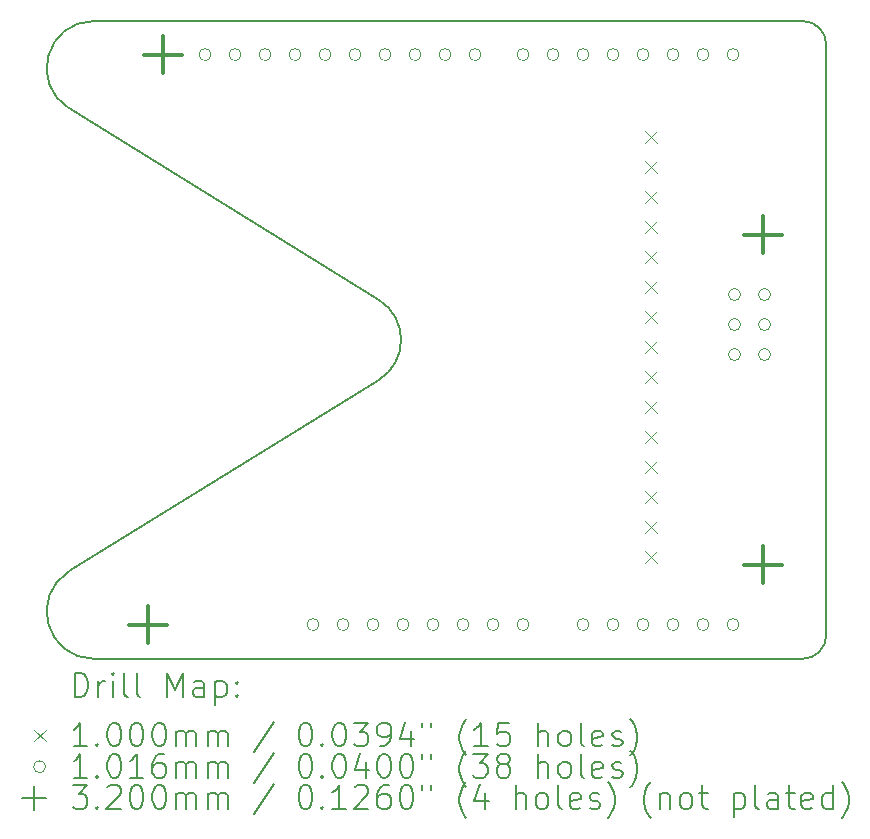
<source format=gbr>
%TF.GenerationSoftware,KiCad,Pcbnew,7.0.1*%
%TF.CreationDate,2023-04-03T11:51:54-04:00*%
%TF.ProjectId,panel-tester_arduino-uno,70616e65-6c2d-4746-9573-7465725f6172,rev?*%
%TF.SameCoordinates,Original*%
%TF.FileFunction,Drillmap*%
%TF.FilePolarity,Positive*%
%FSLAX45Y45*%
G04 Gerber Fmt 4.5, Leading zero omitted, Abs format (unit mm)*
G04 Created by KiCad (PCBNEW 7.0.1) date 2023-04-03 11:51:54*
%MOMM*%
%LPD*%
G01*
G04 APERTURE LIST*
%ADD10C,0.200000*%
%ADD11C,0.100000*%
%ADD12C,0.101600*%
%ADD13C,0.320000*%
G04 APERTURE END LIST*
D10*
X17485000Y-3905000D02*
X20105560Y-5524462D01*
X20105560Y-6204998D02*
G75*
G03*
X20105560Y-5524462I-210280J340268D01*
G01*
X20105560Y-6204998D02*
X17485000Y-7824460D01*
X17485002Y-7824461D02*
G75*
G03*
X17695280Y-8564730I210278J-340269D01*
G01*
X23695280Y-8564730D02*
X17695280Y-8564730D01*
X23695280Y-8564730D02*
G75*
G03*
X23895280Y-8364730I0J200000D01*
G01*
X23895280Y-3364730D02*
X23895280Y-8364730D01*
X23895280Y-3364730D02*
G75*
G03*
X23695280Y-3164730I-200000J0D01*
G01*
X17695280Y-3164730D02*
X23695280Y-3164730D01*
X17695280Y-3164730D02*
G75*
G03*
X17485002Y-3904999I0J-400000D01*
G01*
D11*
X22360500Y-4094000D02*
X22460500Y-4194000D01*
X22460500Y-4094000D02*
X22360500Y-4194000D01*
X22360500Y-4348000D02*
X22460500Y-4448000D01*
X22460500Y-4348000D02*
X22360500Y-4448000D01*
X22360500Y-4602000D02*
X22460500Y-4702000D01*
X22460500Y-4602000D02*
X22360500Y-4702000D01*
X22360500Y-4856000D02*
X22460500Y-4956000D01*
X22460500Y-4856000D02*
X22360500Y-4956000D01*
X22360500Y-5110000D02*
X22460500Y-5210000D01*
X22460500Y-5110000D02*
X22360500Y-5210000D01*
X22360500Y-5364000D02*
X22460500Y-5464000D01*
X22460500Y-5364000D02*
X22360500Y-5464000D01*
X22360500Y-5618000D02*
X22460500Y-5718000D01*
X22460500Y-5618000D02*
X22360500Y-5718000D01*
X22360500Y-5872000D02*
X22460500Y-5972000D01*
X22460500Y-5872000D02*
X22360500Y-5972000D01*
X22360500Y-6126000D02*
X22460500Y-6226000D01*
X22460500Y-6126000D02*
X22360500Y-6226000D01*
X22360500Y-6380000D02*
X22460500Y-6480000D01*
X22460500Y-6380000D02*
X22360500Y-6480000D01*
X22360500Y-6634000D02*
X22460500Y-6734000D01*
X22460500Y-6634000D02*
X22360500Y-6734000D01*
X22360500Y-6888000D02*
X22460500Y-6988000D01*
X22460500Y-6888000D02*
X22360500Y-6988000D01*
X22360500Y-7142000D02*
X22460500Y-7242000D01*
X22460500Y-7142000D02*
X22360500Y-7242000D01*
X22360500Y-7396000D02*
X22460500Y-7496000D01*
X22460500Y-7396000D02*
X22360500Y-7496000D01*
X22360500Y-7650000D02*
X22460500Y-7750000D01*
X22460500Y-7650000D02*
X22360500Y-7750000D01*
D12*
X18686388Y-3449000D02*
G75*
G03*
X18686388Y-3449000I-50800J0D01*
G01*
X18940388Y-3449000D02*
G75*
G03*
X18940388Y-3449000I-50800J0D01*
G01*
X19194388Y-3449000D02*
G75*
G03*
X19194388Y-3449000I-50800J0D01*
G01*
X19448388Y-3449000D02*
G75*
G03*
X19448388Y-3449000I-50800J0D01*
G01*
X19600788Y-8275000D02*
G75*
G03*
X19600788Y-8275000I-50800J0D01*
G01*
X19702388Y-3449000D02*
G75*
G03*
X19702388Y-3449000I-50800J0D01*
G01*
X19854788Y-8275000D02*
G75*
G03*
X19854788Y-8275000I-50800J0D01*
G01*
X19956388Y-3449000D02*
G75*
G03*
X19956388Y-3449000I-50800J0D01*
G01*
X20108788Y-8275000D02*
G75*
G03*
X20108788Y-8275000I-50800J0D01*
G01*
X20210388Y-3449000D02*
G75*
G03*
X20210388Y-3449000I-50800J0D01*
G01*
X20362788Y-8275000D02*
G75*
G03*
X20362788Y-8275000I-50800J0D01*
G01*
X20464388Y-3449000D02*
G75*
G03*
X20464388Y-3449000I-50800J0D01*
G01*
X20616788Y-8275000D02*
G75*
G03*
X20616788Y-8275000I-50800J0D01*
G01*
X20718388Y-3449000D02*
G75*
G03*
X20718388Y-3449000I-50800J0D01*
G01*
X20870788Y-8275000D02*
G75*
G03*
X20870788Y-8275000I-50800J0D01*
G01*
X20972388Y-3449000D02*
G75*
G03*
X20972388Y-3449000I-50800J0D01*
G01*
X21124788Y-8275000D02*
G75*
G03*
X21124788Y-8275000I-50800J0D01*
G01*
X21378788Y-3449000D02*
G75*
G03*
X21378788Y-3449000I-50800J0D01*
G01*
X21378788Y-8275000D02*
G75*
G03*
X21378788Y-8275000I-50800J0D01*
G01*
X21632788Y-3449000D02*
G75*
G03*
X21632788Y-3449000I-50800J0D01*
G01*
X21886788Y-3449000D02*
G75*
G03*
X21886788Y-3449000I-50800J0D01*
G01*
X21886788Y-8275000D02*
G75*
G03*
X21886788Y-8275000I-50800J0D01*
G01*
X22140788Y-3449000D02*
G75*
G03*
X22140788Y-3449000I-50800J0D01*
G01*
X22140788Y-8275000D02*
G75*
G03*
X22140788Y-8275000I-50800J0D01*
G01*
X22394788Y-3449000D02*
G75*
G03*
X22394788Y-3449000I-50800J0D01*
G01*
X22394788Y-8275000D02*
G75*
G03*
X22394788Y-8275000I-50800J0D01*
G01*
X22648788Y-3449000D02*
G75*
G03*
X22648788Y-3449000I-50800J0D01*
G01*
X22648788Y-8275000D02*
G75*
G03*
X22648788Y-8275000I-50800J0D01*
G01*
X22902788Y-3449000D02*
G75*
G03*
X22902788Y-3449000I-50800J0D01*
G01*
X22902788Y-8275000D02*
G75*
G03*
X22902788Y-8275000I-50800J0D01*
G01*
X23156788Y-3449000D02*
G75*
G03*
X23156788Y-3449000I-50800J0D01*
G01*
X23156788Y-8275000D02*
G75*
G03*
X23156788Y-8275000I-50800J0D01*
G01*
X23169488Y-5481000D02*
G75*
G03*
X23169488Y-5481000I-50800J0D01*
G01*
X23169488Y-5735000D02*
G75*
G03*
X23169488Y-5735000I-50800J0D01*
G01*
X23169488Y-5989000D02*
G75*
G03*
X23169488Y-5989000I-50800J0D01*
G01*
X23423488Y-5481000D02*
G75*
G03*
X23423488Y-5481000I-50800J0D01*
G01*
X23423488Y-5735000D02*
G75*
G03*
X23423488Y-5735000I-50800J0D01*
G01*
X23423488Y-5989000D02*
G75*
G03*
X23423488Y-5989000I-50800J0D01*
G01*
D13*
X18152988Y-8115000D02*
X18152988Y-8435000D01*
X17992988Y-8275000D02*
X18312988Y-8275000D01*
X18279988Y-3289000D02*
X18279988Y-3609000D01*
X18119988Y-3449000D02*
X18439988Y-3449000D01*
X23359988Y-4813000D02*
X23359988Y-5133000D01*
X23199988Y-4973000D02*
X23519988Y-4973000D01*
X23359988Y-7607000D02*
X23359988Y-7927000D01*
X23199988Y-7767000D02*
X23519988Y-7767000D01*
D10*
X17532899Y-8887254D02*
X17532899Y-8687254D01*
X17532899Y-8687254D02*
X17580518Y-8687254D01*
X17580518Y-8687254D02*
X17609090Y-8696778D01*
X17609090Y-8696778D02*
X17628137Y-8715825D01*
X17628137Y-8715825D02*
X17637661Y-8734873D01*
X17637661Y-8734873D02*
X17647185Y-8772968D01*
X17647185Y-8772968D02*
X17647185Y-8801540D01*
X17647185Y-8801540D02*
X17637661Y-8839635D01*
X17637661Y-8839635D02*
X17628137Y-8858682D01*
X17628137Y-8858682D02*
X17609090Y-8877730D01*
X17609090Y-8877730D02*
X17580518Y-8887254D01*
X17580518Y-8887254D02*
X17532899Y-8887254D01*
X17732899Y-8887254D02*
X17732899Y-8753920D01*
X17732899Y-8792016D02*
X17742423Y-8772968D01*
X17742423Y-8772968D02*
X17751947Y-8763444D01*
X17751947Y-8763444D02*
X17770994Y-8753920D01*
X17770994Y-8753920D02*
X17790042Y-8753920D01*
X17856709Y-8887254D02*
X17856709Y-8753920D01*
X17856709Y-8687254D02*
X17847185Y-8696778D01*
X17847185Y-8696778D02*
X17856709Y-8706301D01*
X17856709Y-8706301D02*
X17866232Y-8696778D01*
X17866232Y-8696778D02*
X17856709Y-8687254D01*
X17856709Y-8687254D02*
X17856709Y-8706301D01*
X17980518Y-8887254D02*
X17961470Y-8877730D01*
X17961470Y-8877730D02*
X17951947Y-8858682D01*
X17951947Y-8858682D02*
X17951947Y-8687254D01*
X18085280Y-8887254D02*
X18066232Y-8877730D01*
X18066232Y-8877730D02*
X18056709Y-8858682D01*
X18056709Y-8858682D02*
X18056709Y-8687254D01*
X18313851Y-8887254D02*
X18313851Y-8687254D01*
X18313851Y-8687254D02*
X18380518Y-8830111D01*
X18380518Y-8830111D02*
X18447185Y-8687254D01*
X18447185Y-8687254D02*
X18447185Y-8887254D01*
X18628137Y-8887254D02*
X18628137Y-8782492D01*
X18628137Y-8782492D02*
X18618613Y-8763444D01*
X18618613Y-8763444D02*
X18599566Y-8753920D01*
X18599566Y-8753920D02*
X18561470Y-8753920D01*
X18561470Y-8753920D02*
X18542423Y-8763444D01*
X18628137Y-8877730D02*
X18609090Y-8887254D01*
X18609090Y-8887254D02*
X18561470Y-8887254D01*
X18561470Y-8887254D02*
X18542423Y-8877730D01*
X18542423Y-8877730D02*
X18532899Y-8858682D01*
X18532899Y-8858682D02*
X18532899Y-8839635D01*
X18532899Y-8839635D02*
X18542423Y-8820587D01*
X18542423Y-8820587D02*
X18561470Y-8811063D01*
X18561470Y-8811063D02*
X18609090Y-8811063D01*
X18609090Y-8811063D02*
X18628137Y-8801540D01*
X18723375Y-8753920D02*
X18723375Y-8953920D01*
X18723375Y-8763444D02*
X18742423Y-8753920D01*
X18742423Y-8753920D02*
X18780518Y-8753920D01*
X18780518Y-8753920D02*
X18799566Y-8763444D01*
X18799566Y-8763444D02*
X18809090Y-8772968D01*
X18809090Y-8772968D02*
X18818613Y-8792016D01*
X18818613Y-8792016D02*
X18818613Y-8849159D01*
X18818613Y-8849159D02*
X18809090Y-8868206D01*
X18809090Y-8868206D02*
X18799566Y-8877730D01*
X18799566Y-8877730D02*
X18780518Y-8887254D01*
X18780518Y-8887254D02*
X18742423Y-8887254D01*
X18742423Y-8887254D02*
X18723375Y-8877730D01*
X18904328Y-8868206D02*
X18913851Y-8877730D01*
X18913851Y-8877730D02*
X18904328Y-8887254D01*
X18904328Y-8887254D02*
X18894804Y-8877730D01*
X18894804Y-8877730D02*
X18904328Y-8868206D01*
X18904328Y-8868206D02*
X18904328Y-8887254D01*
X18904328Y-8763444D02*
X18913851Y-8772968D01*
X18913851Y-8772968D02*
X18904328Y-8782492D01*
X18904328Y-8782492D02*
X18894804Y-8772968D01*
X18894804Y-8772968D02*
X18904328Y-8763444D01*
X18904328Y-8763444D02*
X18904328Y-8782492D01*
D11*
X17185280Y-9164730D02*
X17285280Y-9264730D01*
X17285280Y-9164730D02*
X17185280Y-9264730D01*
D10*
X17637661Y-9307254D02*
X17523375Y-9307254D01*
X17580518Y-9307254D02*
X17580518Y-9107254D01*
X17580518Y-9107254D02*
X17561470Y-9135825D01*
X17561470Y-9135825D02*
X17542423Y-9154873D01*
X17542423Y-9154873D02*
X17523375Y-9164397D01*
X17723375Y-9288206D02*
X17732899Y-9297730D01*
X17732899Y-9297730D02*
X17723375Y-9307254D01*
X17723375Y-9307254D02*
X17713851Y-9297730D01*
X17713851Y-9297730D02*
X17723375Y-9288206D01*
X17723375Y-9288206D02*
X17723375Y-9307254D01*
X17856709Y-9107254D02*
X17875756Y-9107254D01*
X17875756Y-9107254D02*
X17894804Y-9116778D01*
X17894804Y-9116778D02*
X17904328Y-9126301D01*
X17904328Y-9126301D02*
X17913851Y-9145349D01*
X17913851Y-9145349D02*
X17923375Y-9183444D01*
X17923375Y-9183444D02*
X17923375Y-9231063D01*
X17923375Y-9231063D02*
X17913851Y-9269159D01*
X17913851Y-9269159D02*
X17904328Y-9288206D01*
X17904328Y-9288206D02*
X17894804Y-9297730D01*
X17894804Y-9297730D02*
X17875756Y-9307254D01*
X17875756Y-9307254D02*
X17856709Y-9307254D01*
X17856709Y-9307254D02*
X17837661Y-9297730D01*
X17837661Y-9297730D02*
X17828137Y-9288206D01*
X17828137Y-9288206D02*
X17818613Y-9269159D01*
X17818613Y-9269159D02*
X17809090Y-9231063D01*
X17809090Y-9231063D02*
X17809090Y-9183444D01*
X17809090Y-9183444D02*
X17818613Y-9145349D01*
X17818613Y-9145349D02*
X17828137Y-9126301D01*
X17828137Y-9126301D02*
X17837661Y-9116778D01*
X17837661Y-9116778D02*
X17856709Y-9107254D01*
X18047185Y-9107254D02*
X18066232Y-9107254D01*
X18066232Y-9107254D02*
X18085280Y-9116778D01*
X18085280Y-9116778D02*
X18094804Y-9126301D01*
X18094804Y-9126301D02*
X18104328Y-9145349D01*
X18104328Y-9145349D02*
X18113851Y-9183444D01*
X18113851Y-9183444D02*
X18113851Y-9231063D01*
X18113851Y-9231063D02*
X18104328Y-9269159D01*
X18104328Y-9269159D02*
X18094804Y-9288206D01*
X18094804Y-9288206D02*
X18085280Y-9297730D01*
X18085280Y-9297730D02*
X18066232Y-9307254D01*
X18066232Y-9307254D02*
X18047185Y-9307254D01*
X18047185Y-9307254D02*
X18028137Y-9297730D01*
X18028137Y-9297730D02*
X18018613Y-9288206D01*
X18018613Y-9288206D02*
X18009090Y-9269159D01*
X18009090Y-9269159D02*
X17999566Y-9231063D01*
X17999566Y-9231063D02*
X17999566Y-9183444D01*
X17999566Y-9183444D02*
X18009090Y-9145349D01*
X18009090Y-9145349D02*
X18018613Y-9126301D01*
X18018613Y-9126301D02*
X18028137Y-9116778D01*
X18028137Y-9116778D02*
X18047185Y-9107254D01*
X18237661Y-9107254D02*
X18256709Y-9107254D01*
X18256709Y-9107254D02*
X18275756Y-9116778D01*
X18275756Y-9116778D02*
X18285280Y-9126301D01*
X18285280Y-9126301D02*
X18294804Y-9145349D01*
X18294804Y-9145349D02*
X18304328Y-9183444D01*
X18304328Y-9183444D02*
X18304328Y-9231063D01*
X18304328Y-9231063D02*
X18294804Y-9269159D01*
X18294804Y-9269159D02*
X18285280Y-9288206D01*
X18285280Y-9288206D02*
X18275756Y-9297730D01*
X18275756Y-9297730D02*
X18256709Y-9307254D01*
X18256709Y-9307254D02*
X18237661Y-9307254D01*
X18237661Y-9307254D02*
X18218613Y-9297730D01*
X18218613Y-9297730D02*
X18209090Y-9288206D01*
X18209090Y-9288206D02*
X18199566Y-9269159D01*
X18199566Y-9269159D02*
X18190042Y-9231063D01*
X18190042Y-9231063D02*
X18190042Y-9183444D01*
X18190042Y-9183444D02*
X18199566Y-9145349D01*
X18199566Y-9145349D02*
X18209090Y-9126301D01*
X18209090Y-9126301D02*
X18218613Y-9116778D01*
X18218613Y-9116778D02*
X18237661Y-9107254D01*
X18390042Y-9307254D02*
X18390042Y-9173920D01*
X18390042Y-9192968D02*
X18399566Y-9183444D01*
X18399566Y-9183444D02*
X18418613Y-9173920D01*
X18418613Y-9173920D02*
X18447185Y-9173920D01*
X18447185Y-9173920D02*
X18466232Y-9183444D01*
X18466232Y-9183444D02*
X18475756Y-9202492D01*
X18475756Y-9202492D02*
X18475756Y-9307254D01*
X18475756Y-9202492D02*
X18485280Y-9183444D01*
X18485280Y-9183444D02*
X18504328Y-9173920D01*
X18504328Y-9173920D02*
X18532899Y-9173920D01*
X18532899Y-9173920D02*
X18551947Y-9183444D01*
X18551947Y-9183444D02*
X18561471Y-9202492D01*
X18561471Y-9202492D02*
X18561471Y-9307254D01*
X18656709Y-9307254D02*
X18656709Y-9173920D01*
X18656709Y-9192968D02*
X18666232Y-9183444D01*
X18666232Y-9183444D02*
X18685280Y-9173920D01*
X18685280Y-9173920D02*
X18713852Y-9173920D01*
X18713852Y-9173920D02*
X18732899Y-9183444D01*
X18732899Y-9183444D02*
X18742423Y-9202492D01*
X18742423Y-9202492D02*
X18742423Y-9307254D01*
X18742423Y-9202492D02*
X18751947Y-9183444D01*
X18751947Y-9183444D02*
X18770994Y-9173920D01*
X18770994Y-9173920D02*
X18799566Y-9173920D01*
X18799566Y-9173920D02*
X18818613Y-9183444D01*
X18818613Y-9183444D02*
X18828137Y-9202492D01*
X18828137Y-9202492D02*
X18828137Y-9307254D01*
X19218613Y-9097730D02*
X19047185Y-9354873D01*
X19475756Y-9107254D02*
X19494804Y-9107254D01*
X19494804Y-9107254D02*
X19513852Y-9116778D01*
X19513852Y-9116778D02*
X19523375Y-9126301D01*
X19523375Y-9126301D02*
X19532899Y-9145349D01*
X19532899Y-9145349D02*
X19542423Y-9183444D01*
X19542423Y-9183444D02*
X19542423Y-9231063D01*
X19542423Y-9231063D02*
X19532899Y-9269159D01*
X19532899Y-9269159D02*
X19523375Y-9288206D01*
X19523375Y-9288206D02*
X19513852Y-9297730D01*
X19513852Y-9297730D02*
X19494804Y-9307254D01*
X19494804Y-9307254D02*
X19475756Y-9307254D01*
X19475756Y-9307254D02*
X19456709Y-9297730D01*
X19456709Y-9297730D02*
X19447185Y-9288206D01*
X19447185Y-9288206D02*
X19437661Y-9269159D01*
X19437661Y-9269159D02*
X19428137Y-9231063D01*
X19428137Y-9231063D02*
X19428137Y-9183444D01*
X19428137Y-9183444D02*
X19437661Y-9145349D01*
X19437661Y-9145349D02*
X19447185Y-9126301D01*
X19447185Y-9126301D02*
X19456709Y-9116778D01*
X19456709Y-9116778D02*
X19475756Y-9107254D01*
X19628137Y-9288206D02*
X19637661Y-9297730D01*
X19637661Y-9297730D02*
X19628137Y-9307254D01*
X19628137Y-9307254D02*
X19618614Y-9297730D01*
X19618614Y-9297730D02*
X19628137Y-9288206D01*
X19628137Y-9288206D02*
X19628137Y-9307254D01*
X19761471Y-9107254D02*
X19780518Y-9107254D01*
X19780518Y-9107254D02*
X19799566Y-9116778D01*
X19799566Y-9116778D02*
X19809090Y-9126301D01*
X19809090Y-9126301D02*
X19818614Y-9145349D01*
X19818614Y-9145349D02*
X19828137Y-9183444D01*
X19828137Y-9183444D02*
X19828137Y-9231063D01*
X19828137Y-9231063D02*
X19818614Y-9269159D01*
X19818614Y-9269159D02*
X19809090Y-9288206D01*
X19809090Y-9288206D02*
X19799566Y-9297730D01*
X19799566Y-9297730D02*
X19780518Y-9307254D01*
X19780518Y-9307254D02*
X19761471Y-9307254D01*
X19761471Y-9307254D02*
X19742423Y-9297730D01*
X19742423Y-9297730D02*
X19732899Y-9288206D01*
X19732899Y-9288206D02*
X19723375Y-9269159D01*
X19723375Y-9269159D02*
X19713852Y-9231063D01*
X19713852Y-9231063D02*
X19713852Y-9183444D01*
X19713852Y-9183444D02*
X19723375Y-9145349D01*
X19723375Y-9145349D02*
X19732899Y-9126301D01*
X19732899Y-9126301D02*
X19742423Y-9116778D01*
X19742423Y-9116778D02*
X19761471Y-9107254D01*
X19894804Y-9107254D02*
X20018614Y-9107254D01*
X20018614Y-9107254D02*
X19951947Y-9183444D01*
X19951947Y-9183444D02*
X19980518Y-9183444D01*
X19980518Y-9183444D02*
X19999566Y-9192968D01*
X19999566Y-9192968D02*
X20009090Y-9202492D01*
X20009090Y-9202492D02*
X20018614Y-9221540D01*
X20018614Y-9221540D02*
X20018614Y-9269159D01*
X20018614Y-9269159D02*
X20009090Y-9288206D01*
X20009090Y-9288206D02*
X19999566Y-9297730D01*
X19999566Y-9297730D02*
X19980518Y-9307254D01*
X19980518Y-9307254D02*
X19923375Y-9307254D01*
X19923375Y-9307254D02*
X19904328Y-9297730D01*
X19904328Y-9297730D02*
X19894804Y-9288206D01*
X20113852Y-9307254D02*
X20151947Y-9307254D01*
X20151947Y-9307254D02*
X20170995Y-9297730D01*
X20170995Y-9297730D02*
X20180518Y-9288206D01*
X20180518Y-9288206D02*
X20199566Y-9259635D01*
X20199566Y-9259635D02*
X20209090Y-9221540D01*
X20209090Y-9221540D02*
X20209090Y-9145349D01*
X20209090Y-9145349D02*
X20199566Y-9126301D01*
X20199566Y-9126301D02*
X20190042Y-9116778D01*
X20190042Y-9116778D02*
X20170995Y-9107254D01*
X20170995Y-9107254D02*
X20132899Y-9107254D01*
X20132899Y-9107254D02*
X20113852Y-9116778D01*
X20113852Y-9116778D02*
X20104328Y-9126301D01*
X20104328Y-9126301D02*
X20094804Y-9145349D01*
X20094804Y-9145349D02*
X20094804Y-9192968D01*
X20094804Y-9192968D02*
X20104328Y-9212016D01*
X20104328Y-9212016D02*
X20113852Y-9221540D01*
X20113852Y-9221540D02*
X20132899Y-9231063D01*
X20132899Y-9231063D02*
X20170995Y-9231063D01*
X20170995Y-9231063D02*
X20190042Y-9221540D01*
X20190042Y-9221540D02*
X20199566Y-9212016D01*
X20199566Y-9212016D02*
X20209090Y-9192968D01*
X20380518Y-9173920D02*
X20380518Y-9307254D01*
X20332899Y-9097730D02*
X20285280Y-9240587D01*
X20285280Y-9240587D02*
X20409090Y-9240587D01*
X20475756Y-9107254D02*
X20475756Y-9145349D01*
X20551947Y-9107254D02*
X20551947Y-9145349D01*
X20847185Y-9383444D02*
X20837661Y-9373920D01*
X20837661Y-9373920D02*
X20818614Y-9345349D01*
X20818614Y-9345349D02*
X20809090Y-9326301D01*
X20809090Y-9326301D02*
X20799566Y-9297730D01*
X20799566Y-9297730D02*
X20790042Y-9250111D01*
X20790042Y-9250111D02*
X20790042Y-9212016D01*
X20790042Y-9212016D02*
X20799566Y-9164397D01*
X20799566Y-9164397D02*
X20809090Y-9135825D01*
X20809090Y-9135825D02*
X20818614Y-9116778D01*
X20818614Y-9116778D02*
X20837661Y-9088206D01*
X20837661Y-9088206D02*
X20847185Y-9078682D01*
X21028137Y-9307254D02*
X20913852Y-9307254D01*
X20970995Y-9307254D02*
X20970995Y-9107254D01*
X20970995Y-9107254D02*
X20951947Y-9135825D01*
X20951947Y-9135825D02*
X20932899Y-9154873D01*
X20932899Y-9154873D02*
X20913852Y-9164397D01*
X21209090Y-9107254D02*
X21113852Y-9107254D01*
X21113852Y-9107254D02*
X21104328Y-9202492D01*
X21104328Y-9202492D02*
X21113852Y-9192968D01*
X21113852Y-9192968D02*
X21132899Y-9183444D01*
X21132899Y-9183444D02*
X21180518Y-9183444D01*
X21180518Y-9183444D02*
X21199566Y-9192968D01*
X21199566Y-9192968D02*
X21209090Y-9202492D01*
X21209090Y-9202492D02*
X21218614Y-9221540D01*
X21218614Y-9221540D02*
X21218614Y-9269159D01*
X21218614Y-9269159D02*
X21209090Y-9288206D01*
X21209090Y-9288206D02*
X21199566Y-9297730D01*
X21199566Y-9297730D02*
X21180518Y-9307254D01*
X21180518Y-9307254D02*
X21132899Y-9307254D01*
X21132899Y-9307254D02*
X21113852Y-9297730D01*
X21113852Y-9297730D02*
X21104328Y-9288206D01*
X21456709Y-9307254D02*
X21456709Y-9107254D01*
X21542423Y-9307254D02*
X21542423Y-9202492D01*
X21542423Y-9202492D02*
X21532899Y-9183444D01*
X21532899Y-9183444D02*
X21513852Y-9173920D01*
X21513852Y-9173920D02*
X21485280Y-9173920D01*
X21485280Y-9173920D02*
X21466233Y-9183444D01*
X21466233Y-9183444D02*
X21456709Y-9192968D01*
X21666233Y-9307254D02*
X21647185Y-9297730D01*
X21647185Y-9297730D02*
X21637661Y-9288206D01*
X21637661Y-9288206D02*
X21628138Y-9269159D01*
X21628138Y-9269159D02*
X21628138Y-9212016D01*
X21628138Y-9212016D02*
X21637661Y-9192968D01*
X21637661Y-9192968D02*
X21647185Y-9183444D01*
X21647185Y-9183444D02*
X21666233Y-9173920D01*
X21666233Y-9173920D02*
X21694804Y-9173920D01*
X21694804Y-9173920D02*
X21713852Y-9183444D01*
X21713852Y-9183444D02*
X21723376Y-9192968D01*
X21723376Y-9192968D02*
X21732899Y-9212016D01*
X21732899Y-9212016D02*
X21732899Y-9269159D01*
X21732899Y-9269159D02*
X21723376Y-9288206D01*
X21723376Y-9288206D02*
X21713852Y-9297730D01*
X21713852Y-9297730D02*
X21694804Y-9307254D01*
X21694804Y-9307254D02*
X21666233Y-9307254D01*
X21847185Y-9307254D02*
X21828138Y-9297730D01*
X21828138Y-9297730D02*
X21818614Y-9278682D01*
X21818614Y-9278682D02*
X21818614Y-9107254D01*
X21999566Y-9297730D02*
X21980519Y-9307254D01*
X21980519Y-9307254D02*
X21942423Y-9307254D01*
X21942423Y-9307254D02*
X21923376Y-9297730D01*
X21923376Y-9297730D02*
X21913852Y-9278682D01*
X21913852Y-9278682D02*
X21913852Y-9202492D01*
X21913852Y-9202492D02*
X21923376Y-9183444D01*
X21923376Y-9183444D02*
X21942423Y-9173920D01*
X21942423Y-9173920D02*
X21980519Y-9173920D01*
X21980519Y-9173920D02*
X21999566Y-9183444D01*
X21999566Y-9183444D02*
X22009090Y-9202492D01*
X22009090Y-9202492D02*
X22009090Y-9221540D01*
X22009090Y-9221540D02*
X21913852Y-9240587D01*
X22085280Y-9297730D02*
X22104328Y-9307254D01*
X22104328Y-9307254D02*
X22142423Y-9307254D01*
X22142423Y-9307254D02*
X22161471Y-9297730D01*
X22161471Y-9297730D02*
X22170995Y-9278682D01*
X22170995Y-9278682D02*
X22170995Y-9269159D01*
X22170995Y-9269159D02*
X22161471Y-9250111D01*
X22161471Y-9250111D02*
X22142423Y-9240587D01*
X22142423Y-9240587D02*
X22113852Y-9240587D01*
X22113852Y-9240587D02*
X22094804Y-9231063D01*
X22094804Y-9231063D02*
X22085280Y-9212016D01*
X22085280Y-9212016D02*
X22085280Y-9202492D01*
X22085280Y-9202492D02*
X22094804Y-9183444D01*
X22094804Y-9183444D02*
X22113852Y-9173920D01*
X22113852Y-9173920D02*
X22142423Y-9173920D01*
X22142423Y-9173920D02*
X22161471Y-9183444D01*
X22237661Y-9383444D02*
X22247185Y-9373920D01*
X22247185Y-9373920D02*
X22266233Y-9345349D01*
X22266233Y-9345349D02*
X22275757Y-9326301D01*
X22275757Y-9326301D02*
X22285280Y-9297730D01*
X22285280Y-9297730D02*
X22294804Y-9250111D01*
X22294804Y-9250111D02*
X22294804Y-9212016D01*
X22294804Y-9212016D02*
X22285280Y-9164397D01*
X22285280Y-9164397D02*
X22275757Y-9135825D01*
X22275757Y-9135825D02*
X22266233Y-9116778D01*
X22266233Y-9116778D02*
X22247185Y-9088206D01*
X22247185Y-9088206D02*
X22237661Y-9078682D01*
D12*
X17285280Y-9478730D02*
G75*
G03*
X17285280Y-9478730I-50800J0D01*
G01*
D10*
X17637661Y-9571254D02*
X17523375Y-9571254D01*
X17580518Y-9571254D02*
X17580518Y-9371254D01*
X17580518Y-9371254D02*
X17561470Y-9399825D01*
X17561470Y-9399825D02*
X17542423Y-9418873D01*
X17542423Y-9418873D02*
X17523375Y-9428397D01*
X17723375Y-9552206D02*
X17732899Y-9561730D01*
X17732899Y-9561730D02*
X17723375Y-9571254D01*
X17723375Y-9571254D02*
X17713851Y-9561730D01*
X17713851Y-9561730D02*
X17723375Y-9552206D01*
X17723375Y-9552206D02*
X17723375Y-9571254D01*
X17856709Y-9371254D02*
X17875756Y-9371254D01*
X17875756Y-9371254D02*
X17894804Y-9380778D01*
X17894804Y-9380778D02*
X17904328Y-9390301D01*
X17904328Y-9390301D02*
X17913851Y-9409349D01*
X17913851Y-9409349D02*
X17923375Y-9447444D01*
X17923375Y-9447444D02*
X17923375Y-9495063D01*
X17923375Y-9495063D02*
X17913851Y-9533159D01*
X17913851Y-9533159D02*
X17904328Y-9552206D01*
X17904328Y-9552206D02*
X17894804Y-9561730D01*
X17894804Y-9561730D02*
X17875756Y-9571254D01*
X17875756Y-9571254D02*
X17856709Y-9571254D01*
X17856709Y-9571254D02*
X17837661Y-9561730D01*
X17837661Y-9561730D02*
X17828137Y-9552206D01*
X17828137Y-9552206D02*
X17818613Y-9533159D01*
X17818613Y-9533159D02*
X17809090Y-9495063D01*
X17809090Y-9495063D02*
X17809090Y-9447444D01*
X17809090Y-9447444D02*
X17818613Y-9409349D01*
X17818613Y-9409349D02*
X17828137Y-9390301D01*
X17828137Y-9390301D02*
X17837661Y-9380778D01*
X17837661Y-9380778D02*
X17856709Y-9371254D01*
X18113851Y-9571254D02*
X17999566Y-9571254D01*
X18056709Y-9571254D02*
X18056709Y-9371254D01*
X18056709Y-9371254D02*
X18037661Y-9399825D01*
X18037661Y-9399825D02*
X18018613Y-9418873D01*
X18018613Y-9418873D02*
X17999566Y-9428397D01*
X18285280Y-9371254D02*
X18247185Y-9371254D01*
X18247185Y-9371254D02*
X18228137Y-9380778D01*
X18228137Y-9380778D02*
X18218613Y-9390301D01*
X18218613Y-9390301D02*
X18199566Y-9418873D01*
X18199566Y-9418873D02*
X18190042Y-9456968D01*
X18190042Y-9456968D02*
X18190042Y-9533159D01*
X18190042Y-9533159D02*
X18199566Y-9552206D01*
X18199566Y-9552206D02*
X18209090Y-9561730D01*
X18209090Y-9561730D02*
X18228137Y-9571254D01*
X18228137Y-9571254D02*
X18266232Y-9571254D01*
X18266232Y-9571254D02*
X18285280Y-9561730D01*
X18285280Y-9561730D02*
X18294804Y-9552206D01*
X18294804Y-9552206D02*
X18304328Y-9533159D01*
X18304328Y-9533159D02*
X18304328Y-9485540D01*
X18304328Y-9485540D02*
X18294804Y-9466492D01*
X18294804Y-9466492D02*
X18285280Y-9456968D01*
X18285280Y-9456968D02*
X18266232Y-9447444D01*
X18266232Y-9447444D02*
X18228137Y-9447444D01*
X18228137Y-9447444D02*
X18209090Y-9456968D01*
X18209090Y-9456968D02*
X18199566Y-9466492D01*
X18199566Y-9466492D02*
X18190042Y-9485540D01*
X18390042Y-9571254D02*
X18390042Y-9437920D01*
X18390042Y-9456968D02*
X18399566Y-9447444D01*
X18399566Y-9447444D02*
X18418613Y-9437920D01*
X18418613Y-9437920D02*
X18447185Y-9437920D01*
X18447185Y-9437920D02*
X18466232Y-9447444D01*
X18466232Y-9447444D02*
X18475756Y-9466492D01*
X18475756Y-9466492D02*
X18475756Y-9571254D01*
X18475756Y-9466492D02*
X18485280Y-9447444D01*
X18485280Y-9447444D02*
X18504328Y-9437920D01*
X18504328Y-9437920D02*
X18532899Y-9437920D01*
X18532899Y-9437920D02*
X18551947Y-9447444D01*
X18551947Y-9447444D02*
X18561471Y-9466492D01*
X18561471Y-9466492D02*
X18561471Y-9571254D01*
X18656709Y-9571254D02*
X18656709Y-9437920D01*
X18656709Y-9456968D02*
X18666232Y-9447444D01*
X18666232Y-9447444D02*
X18685280Y-9437920D01*
X18685280Y-9437920D02*
X18713852Y-9437920D01*
X18713852Y-9437920D02*
X18732899Y-9447444D01*
X18732899Y-9447444D02*
X18742423Y-9466492D01*
X18742423Y-9466492D02*
X18742423Y-9571254D01*
X18742423Y-9466492D02*
X18751947Y-9447444D01*
X18751947Y-9447444D02*
X18770994Y-9437920D01*
X18770994Y-9437920D02*
X18799566Y-9437920D01*
X18799566Y-9437920D02*
X18818613Y-9447444D01*
X18818613Y-9447444D02*
X18828137Y-9466492D01*
X18828137Y-9466492D02*
X18828137Y-9571254D01*
X19218613Y-9361730D02*
X19047185Y-9618873D01*
X19475756Y-9371254D02*
X19494804Y-9371254D01*
X19494804Y-9371254D02*
X19513852Y-9380778D01*
X19513852Y-9380778D02*
X19523375Y-9390301D01*
X19523375Y-9390301D02*
X19532899Y-9409349D01*
X19532899Y-9409349D02*
X19542423Y-9447444D01*
X19542423Y-9447444D02*
X19542423Y-9495063D01*
X19542423Y-9495063D02*
X19532899Y-9533159D01*
X19532899Y-9533159D02*
X19523375Y-9552206D01*
X19523375Y-9552206D02*
X19513852Y-9561730D01*
X19513852Y-9561730D02*
X19494804Y-9571254D01*
X19494804Y-9571254D02*
X19475756Y-9571254D01*
X19475756Y-9571254D02*
X19456709Y-9561730D01*
X19456709Y-9561730D02*
X19447185Y-9552206D01*
X19447185Y-9552206D02*
X19437661Y-9533159D01*
X19437661Y-9533159D02*
X19428137Y-9495063D01*
X19428137Y-9495063D02*
X19428137Y-9447444D01*
X19428137Y-9447444D02*
X19437661Y-9409349D01*
X19437661Y-9409349D02*
X19447185Y-9390301D01*
X19447185Y-9390301D02*
X19456709Y-9380778D01*
X19456709Y-9380778D02*
X19475756Y-9371254D01*
X19628137Y-9552206D02*
X19637661Y-9561730D01*
X19637661Y-9561730D02*
X19628137Y-9571254D01*
X19628137Y-9571254D02*
X19618614Y-9561730D01*
X19618614Y-9561730D02*
X19628137Y-9552206D01*
X19628137Y-9552206D02*
X19628137Y-9571254D01*
X19761471Y-9371254D02*
X19780518Y-9371254D01*
X19780518Y-9371254D02*
X19799566Y-9380778D01*
X19799566Y-9380778D02*
X19809090Y-9390301D01*
X19809090Y-9390301D02*
X19818614Y-9409349D01*
X19818614Y-9409349D02*
X19828137Y-9447444D01*
X19828137Y-9447444D02*
X19828137Y-9495063D01*
X19828137Y-9495063D02*
X19818614Y-9533159D01*
X19818614Y-9533159D02*
X19809090Y-9552206D01*
X19809090Y-9552206D02*
X19799566Y-9561730D01*
X19799566Y-9561730D02*
X19780518Y-9571254D01*
X19780518Y-9571254D02*
X19761471Y-9571254D01*
X19761471Y-9571254D02*
X19742423Y-9561730D01*
X19742423Y-9561730D02*
X19732899Y-9552206D01*
X19732899Y-9552206D02*
X19723375Y-9533159D01*
X19723375Y-9533159D02*
X19713852Y-9495063D01*
X19713852Y-9495063D02*
X19713852Y-9447444D01*
X19713852Y-9447444D02*
X19723375Y-9409349D01*
X19723375Y-9409349D02*
X19732899Y-9390301D01*
X19732899Y-9390301D02*
X19742423Y-9380778D01*
X19742423Y-9380778D02*
X19761471Y-9371254D01*
X19999566Y-9437920D02*
X19999566Y-9571254D01*
X19951947Y-9361730D02*
X19904328Y-9504587D01*
X19904328Y-9504587D02*
X20028137Y-9504587D01*
X20142423Y-9371254D02*
X20161471Y-9371254D01*
X20161471Y-9371254D02*
X20180518Y-9380778D01*
X20180518Y-9380778D02*
X20190042Y-9390301D01*
X20190042Y-9390301D02*
X20199566Y-9409349D01*
X20199566Y-9409349D02*
X20209090Y-9447444D01*
X20209090Y-9447444D02*
X20209090Y-9495063D01*
X20209090Y-9495063D02*
X20199566Y-9533159D01*
X20199566Y-9533159D02*
X20190042Y-9552206D01*
X20190042Y-9552206D02*
X20180518Y-9561730D01*
X20180518Y-9561730D02*
X20161471Y-9571254D01*
X20161471Y-9571254D02*
X20142423Y-9571254D01*
X20142423Y-9571254D02*
X20123375Y-9561730D01*
X20123375Y-9561730D02*
X20113852Y-9552206D01*
X20113852Y-9552206D02*
X20104328Y-9533159D01*
X20104328Y-9533159D02*
X20094804Y-9495063D01*
X20094804Y-9495063D02*
X20094804Y-9447444D01*
X20094804Y-9447444D02*
X20104328Y-9409349D01*
X20104328Y-9409349D02*
X20113852Y-9390301D01*
X20113852Y-9390301D02*
X20123375Y-9380778D01*
X20123375Y-9380778D02*
X20142423Y-9371254D01*
X20332899Y-9371254D02*
X20351947Y-9371254D01*
X20351947Y-9371254D02*
X20370995Y-9380778D01*
X20370995Y-9380778D02*
X20380518Y-9390301D01*
X20380518Y-9390301D02*
X20390042Y-9409349D01*
X20390042Y-9409349D02*
X20399566Y-9447444D01*
X20399566Y-9447444D02*
X20399566Y-9495063D01*
X20399566Y-9495063D02*
X20390042Y-9533159D01*
X20390042Y-9533159D02*
X20380518Y-9552206D01*
X20380518Y-9552206D02*
X20370995Y-9561730D01*
X20370995Y-9561730D02*
X20351947Y-9571254D01*
X20351947Y-9571254D02*
X20332899Y-9571254D01*
X20332899Y-9571254D02*
X20313852Y-9561730D01*
X20313852Y-9561730D02*
X20304328Y-9552206D01*
X20304328Y-9552206D02*
X20294804Y-9533159D01*
X20294804Y-9533159D02*
X20285280Y-9495063D01*
X20285280Y-9495063D02*
X20285280Y-9447444D01*
X20285280Y-9447444D02*
X20294804Y-9409349D01*
X20294804Y-9409349D02*
X20304328Y-9390301D01*
X20304328Y-9390301D02*
X20313852Y-9380778D01*
X20313852Y-9380778D02*
X20332899Y-9371254D01*
X20475756Y-9371254D02*
X20475756Y-9409349D01*
X20551947Y-9371254D02*
X20551947Y-9409349D01*
X20847185Y-9647444D02*
X20837661Y-9637920D01*
X20837661Y-9637920D02*
X20818614Y-9609349D01*
X20818614Y-9609349D02*
X20809090Y-9590301D01*
X20809090Y-9590301D02*
X20799566Y-9561730D01*
X20799566Y-9561730D02*
X20790042Y-9514111D01*
X20790042Y-9514111D02*
X20790042Y-9476016D01*
X20790042Y-9476016D02*
X20799566Y-9428397D01*
X20799566Y-9428397D02*
X20809090Y-9399825D01*
X20809090Y-9399825D02*
X20818614Y-9380778D01*
X20818614Y-9380778D02*
X20837661Y-9352206D01*
X20837661Y-9352206D02*
X20847185Y-9342682D01*
X20904328Y-9371254D02*
X21028137Y-9371254D01*
X21028137Y-9371254D02*
X20961471Y-9447444D01*
X20961471Y-9447444D02*
X20990042Y-9447444D01*
X20990042Y-9447444D02*
X21009090Y-9456968D01*
X21009090Y-9456968D02*
X21018614Y-9466492D01*
X21018614Y-9466492D02*
X21028137Y-9485540D01*
X21028137Y-9485540D02*
X21028137Y-9533159D01*
X21028137Y-9533159D02*
X21018614Y-9552206D01*
X21018614Y-9552206D02*
X21009090Y-9561730D01*
X21009090Y-9561730D02*
X20990042Y-9571254D01*
X20990042Y-9571254D02*
X20932899Y-9571254D01*
X20932899Y-9571254D02*
X20913852Y-9561730D01*
X20913852Y-9561730D02*
X20904328Y-9552206D01*
X21142423Y-9456968D02*
X21123376Y-9447444D01*
X21123376Y-9447444D02*
X21113852Y-9437920D01*
X21113852Y-9437920D02*
X21104328Y-9418873D01*
X21104328Y-9418873D02*
X21104328Y-9409349D01*
X21104328Y-9409349D02*
X21113852Y-9390301D01*
X21113852Y-9390301D02*
X21123376Y-9380778D01*
X21123376Y-9380778D02*
X21142423Y-9371254D01*
X21142423Y-9371254D02*
X21180518Y-9371254D01*
X21180518Y-9371254D02*
X21199566Y-9380778D01*
X21199566Y-9380778D02*
X21209090Y-9390301D01*
X21209090Y-9390301D02*
X21218614Y-9409349D01*
X21218614Y-9409349D02*
X21218614Y-9418873D01*
X21218614Y-9418873D02*
X21209090Y-9437920D01*
X21209090Y-9437920D02*
X21199566Y-9447444D01*
X21199566Y-9447444D02*
X21180518Y-9456968D01*
X21180518Y-9456968D02*
X21142423Y-9456968D01*
X21142423Y-9456968D02*
X21123376Y-9466492D01*
X21123376Y-9466492D02*
X21113852Y-9476016D01*
X21113852Y-9476016D02*
X21104328Y-9495063D01*
X21104328Y-9495063D02*
X21104328Y-9533159D01*
X21104328Y-9533159D02*
X21113852Y-9552206D01*
X21113852Y-9552206D02*
X21123376Y-9561730D01*
X21123376Y-9561730D02*
X21142423Y-9571254D01*
X21142423Y-9571254D02*
X21180518Y-9571254D01*
X21180518Y-9571254D02*
X21199566Y-9561730D01*
X21199566Y-9561730D02*
X21209090Y-9552206D01*
X21209090Y-9552206D02*
X21218614Y-9533159D01*
X21218614Y-9533159D02*
X21218614Y-9495063D01*
X21218614Y-9495063D02*
X21209090Y-9476016D01*
X21209090Y-9476016D02*
X21199566Y-9466492D01*
X21199566Y-9466492D02*
X21180518Y-9456968D01*
X21456709Y-9571254D02*
X21456709Y-9371254D01*
X21542423Y-9571254D02*
X21542423Y-9466492D01*
X21542423Y-9466492D02*
X21532899Y-9447444D01*
X21532899Y-9447444D02*
X21513852Y-9437920D01*
X21513852Y-9437920D02*
X21485280Y-9437920D01*
X21485280Y-9437920D02*
X21466233Y-9447444D01*
X21466233Y-9447444D02*
X21456709Y-9456968D01*
X21666233Y-9571254D02*
X21647185Y-9561730D01*
X21647185Y-9561730D02*
X21637661Y-9552206D01*
X21637661Y-9552206D02*
X21628138Y-9533159D01*
X21628138Y-9533159D02*
X21628138Y-9476016D01*
X21628138Y-9476016D02*
X21637661Y-9456968D01*
X21637661Y-9456968D02*
X21647185Y-9447444D01*
X21647185Y-9447444D02*
X21666233Y-9437920D01*
X21666233Y-9437920D02*
X21694804Y-9437920D01*
X21694804Y-9437920D02*
X21713852Y-9447444D01*
X21713852Y-9447444D02*
X21723376Y-9456968D01*
X21723376Y-9456968D02*
X21732899Y-9476016D01*
X21732899Y-9476016D02*
X21732899Y-9533159D01*
X21732899Y-9533159D02*
X21723376Y-9552206D01*
X21723376Y-9552206D02*
X21713852Y-9561730D01*
X21713852Y-9561730D02*
X21694804Y-9571254D01*
X21694804Y-9571254D02*
X21666233Y-9571254D01*
X21847185Y-9571254D02*
X21828138Y-9561730D01*
X21828138Y-9561730D02*
X21818614Y-9542682D01*
X21818614Y-9542682D02*
X21818614Y-9371254D01*
X21999566Y-9561730D02*
X21980519Y-9571254D01*
X21980519Y-9571254D02*
X21942423Y-9571254D01*
X21942423Y-9571254D02*
X21923376Y-9561730D01*
X21923376Y-9561730D02*
X21913852Y-9542682D01*
X21913852Y-9542682D02*
X21913852Y-9466492D01*
X21913852Y-9466492D02*
X21923376Y-9447444D01*
X21923376Y-9447444D02*
X21942423Y-9437920D01*
X21942423Y-9437920D02*
X21980519Y-9437920D01*
X21980519Y-9437920D02*
X21999566Y-9447444D01*
X21999566Y-9447444D02*
X22009090Y-9466492D01*
X22009090Y-9466492D02*
X22009090Y-9485540D01*
X22009090Y-9485540D02*
X21913852Y-9504587D01*
X22085280Y-9561730D02*
X22104328Y-9571254D01*
X22104328Y-9571254D02*
X22142423Y-9571254D01*
X22142423Y-9571254D02*
X22161471Y-9561730D01*
X22161471Y-9561730D02*
X22170995Y-9542682D01*
X22170995Y-9542682D02*
X22170995Y-9533159D01*
X22170995Y-9533159D02*
X22161471Y-9514111D01*
X22161471Y-9514111D02*
X22142423Y-9504587D01*
X22142423Y-9504587D02*
X22113852Y-9504587D01*
X22113852Y-9504587D02*
X22094804Y-9495063D01*
X22094804Y-9495063D02*
X22085280Y-9476016D01*
X22085280Y-9476016D02*
X22085280Y-9466492D01*
X22085280Y-9466492D02*
X22094804Y-9447444D01*
X22094804Y-9447444D02*
X22113852Y-9437920D01*
X22113852Y-9437920D02*
X22142423Y-9437920D01*
X22142423Y-9437920D02*
X22161471Y-9447444D01*
X22237661Y-9647444D02*
X22247185Y-9637920D01*
X22247185Y-9637920D02*
X22266233Y-9609349D01*
X22266233Y-9609349D02*
X22275757Y-9590301D01*
X22275757Y-9590301D02*
X22285280Y-9561730D01*
X22285280Y-9561730D02*
X22294804Y-9514111D01*
X22294804Y-9514111D02*
X22294804Y-9476016D01*
X22294804Y-9476016D02*
X22285280Y-9428397D01*
X22285280Y-9428397D02*
X22275757Y-9399825D01*
X22275757Y-9399825D02*
X22266233Y-9380778D01*
X22266233Y-9380778D02*
X22247185Y-9352206D01*
X22247185Y-9352206D02*
X22237661Y-9342682D01*
X17185280Y-9642730D02*
X17185280Y-9842730D01*
X17085280Y-9742730D02*
X17285280Y-9742730D01*
X17513851Y-9635254D02*
X17637661Y-9635254D01*
X17637661Y-9635254D02*
X17570994Y-9711444D01*
X17570994Y-9711444D02*
X17599566Y-9711444D01*
X17599566Y-9711444D02*
X17618613Y-9720968D01*
X17618613Y-9720968D02*
X17628137Y-9730492D01*
X17628137Y-9730492D02*
X17637661Y-9749540D01*
X17637661Y-9749540D02*
X17637661Y-9797159D01*
X17637661Y-9797159D02*
X17628137Y-9816206D01*
X17628137Y-9816206D02*
X17618613Y-9825730D01*
X17618613Y-9825730D02*
X17599566Y-9835254D01*
X17599566Y-9835254D02*
X17542423Y-9835254D01*
X17542423Y-9835254D02*
X17523375Y-9825730D01*
X17523375Y-9825730D02*
X17513851Y-9816206D01*
X17723375Y-9816206D02*
X17732899Y-9825730D01*
X17732899Y-9825730D02*
X17723375Y-9835254D01*
X17723375Y-9835254D02*
X17713851Y-9825730D01*
X17713851Y-9825730D02*
X17723375Y-9816206D01*
X17723375Y-9816206D02*
X17723375Y-9835254D01*
X17809090Y-9654301D02*
X17818613Y-9644778D01*
X17818613Y-9644778D02*
X17837661Y-9635254D01*
X17837661Y-9635254D02*
X17885280Y-9635254D01*
X17885280Y-9635254D02*
X17904328Y-9644778D01*
X17904328Y-9644778D02*
X17913851Y-9654301D01*
X17913851Y-9654301D02*
X17923375Y-9673349D01*
X17923375Y-9673349D02*
X17923375Y-9692397D01*
X17923375Y-9692397D02*
X17913851Y-9720968D01*
X17913851Y-9720968D02*
X17799566Y-9835254D01*
X17799566Y-9835254D02*
X17923375Y-9835254D01*
X18047185Y-9635254D02*
X18066232Y-9635254D01*
X18066232Y-9635254D02*
X18085280Y-9644778D01*
X18085280Y-9644778D02*
X18094804Y-9654301D01*
X18094804Y-9654301D02*
X18104328Y-9673349D01*
X18104328Y-9673349D02*
X18113851Y-9711444D01*
X18113851Y-9711444D02*
X18113851Y-9759063D01*
X18113851Y-9759063D02*
X18104328Y-9797159D01*
X18104328Y-9797159D02*
X18094804Y-9816206D01*
X18094804Y-9816206D02*
X18085280Y-9825730D01*
X18085280Y-9825730D02*
X18066232Y-9835254D01*
X18066232Y-9835254D02*
X18047185Y-9835254D01*
X18047185Y-9835254D02*
X18028137Y-9825730D01*
X18028137Y-9825730D02*
X18018613Y-9816206D01*
X18018613Y-9816206D02*
X18009090Y-9797159D01*
X18009090Y-9797159D02*
X17999566Y-9759063D01*
X17999566Y-9759063D02*
X17999566Y-9711444D01*
X17999566Y-9711444D02*
X18009090Y-9673349D01*
X18009090Y-9673349D02*
X18018613Y-9654301D01*
X18018613Y-9654301D02*
X18028137Y-9644778D01*
X18028137Y-9644778D02*
X18047185Y-9635254D01*
X18237661Y-9635254D02*
X18256709Y-9635254D01*
X18256709Y-9635254D02*
X18275756Y-9644778D01*
X18275756Y-9644778D02*
X18285280Y-9654301D01*
X18285280Y-9654301D02*
X18294804Y-9673349D01*
X18294804Y-9673349D02*
X18304328Y-9711444D01*
X18304328Y-9711444D02*
X18304328Y-9759063D01*
X18304328Y-9759063D02*
X18294804Y-9797159D01*
X18294804Y-9797159D02*
X18285280Y-9816206D01*
X18285280Y-9816206D02*
X18275756Y-9825730D01*
X18275756Y-9825730D02*
X18256709Y-9835254D01*
X18256709Y-9835254D02*
X18237661Y-9835254D01*
X18237661Y-9835254D02*
X18218613Y-9825730D01*
X18218613Y-9825730D02*
X18209090Y-9816206D01*
X18209090Y-9816206D02*
X18199566Y-9797159D01*
X18199566Y-9797159D02*
X18190042Y-9759063D01*
X18190042Y-9759063D02*
X18190042Y-9711444D01*
X18190042Y-9711444D02*
X18199566Y-9673349D01*
X18199566Y-9673349D02*
X18209090Y-9654301D01*
X18209090Y-9654301D02*
X18218613Y-9644778D01*
X18218613Y-9644778D02*
X18237661Y-9635254D01*
X18390042Y-9835254D02*
X18390042Y-9701920D01*
X18390042Y-9720968D02*
X18399566Y-9711444D01*
X18399566Y-9711444D02*
X18418613Y-9701920D01*
X18418613Y-9701920D02*
X18447185Y-9701920D01*
X18447185Y-9701920D02*
X18466232Y-9711444D01*
X18466232Y-9711444D02*
X18475756Y-9730492D01*
X18475756Y-9730492D02*
X18475756Y-9835254D01*
X18475756Y-9730492D02*
X18485280Y-9711444D01*
X18485280Y-9711444D02*
X18504328Y-9701920D01*
X18504328Y-9701920D02*
X18532899Y-9701920D01*
X18532899Y-9701920D02*
X18551947Y-9711444D01*
X18551947Y-9711444D02*
X18561471Y-9730492D01*
X18561471Y-9730492D02*
X18561471Y-9835254D01*
X18656709Y-9835254D02*
X18656709Y-9701920D01*
X18656709Y-9720968D02*
X18666232Y-9711444D01*
X18666232Y-9711444D02*
X18685280Y-9701920D01*
X18685280Y-9701920D02*
X18713852Y-9701920D01*
X18713852Y-9701920D02*
X18732899Y-9711444D01*
X18732899Y-9711444D02*
X18742423Y-9730492D01*
X18742423Y-9730492D02*
X18742423Y-9835254D01*
X18742423Y-9730492D02*
X18751947Y-9711444D01*
X18751947Y-9711444D02*
X18770994Y-9701920D01*
X18770994Y-9701920D02*
X18799566Y-9701920D01*
X18799566Y-9701920D02*
X18818613Y-9711444D01*
X18818613Y-9711444D02*
X18828137Y-9730492D01*
X18828137Y-9730492D02*
X18828137Y-9835254D01*
X19218613Y-9625730D02*
X19047185Y-9882873D01*
X19475756Y-9635254D02*
X19494804Y-9635254D01*
X19494804Y-9635254D02*
X19513852Y-9644778D01*
X19513852Y-9644778D02*
X19523375Y-9654301D01*
X19523375Y-9654301D02*
X19532899Y-9673349D01*
X19532899Y-9673349D02*
X19542423Y-9711444D01*
X19542423Y-9711444D02*
X19542423Y-9759063D01*
X19542423Y-9759063D02*
X19532899Y-9797159D01*
X19532899Y-9797159D02*
X19523375Y-9816206D01*
X19523375Y-9816206D02*
X19513852Y-9825730D01*
X19513852Y-9825730D02*
X19494804Y-9835254D01*
X19494804Y-9835254D02*
X19475756Y-9835254D01*
X19475756Y-9835254D02*
X19456709Y-9825730D01*
X19456709Y-9825730D02*
X19447185Y-9816206D01*
X19447185Y-9816206D02*
X19437661Y-9797159D01*
X19437661Y-9797159D02*
X19428137Y-9759063D01*
X19428137Y-9759063D02*
X19428137Y-9711444D01*
X19428137Y-9711444D02*
X19437661Y-9673349D01*
X19437661Y-9673349D02*
X19447185Y-9654301D01*
X19447185Y-9654301D02*
X19456709Y-9644778D01*
X19456709Y-9644778D02*
X19475756Y-9635254D01*
X19628137Y-9816206D02*
X19637661Y-9825730D01*
X19637661Y-9825730D02*
X19628137Y-9835254D01*
X19628137Y-9835254D02*
X19618614Y-9825730D01*
X19618614Y-9825730D02*
X19628137Y-9816206D01*
X19628137Y-9816206D02*
X19628137Y-9835254D01*
X19828137Y-9835254D02*
X19713852Y-9835254D01*
X19770994Y-9835254D02*
X19770994Y-9635254D01*
X19770994Y-9635254D02*
X19751947Y-9663825D01*
X19751947Y-9663825D02*
X19732899Y-9682873D01*
X19732899Y-9682873D02*
X19713852Y-9692397D01*
X19904328Y-9654301D02*
X19913852Y-9644778D01*
X19913852Y-9644778D02*
X19932899Y-9635254D01*
X19932899Y-9635254D02*
X19980518Y-9635254D01*
X19980518Y-9635254D02*
X19999566Y-9644778D01*
X19999566Y-9644778D02*
X20009090Y-9654301D01*
X20009090Y-9654301D02*
X20018614Y-9673349D01*
X20018614Y-9673349D02*
X20018614Y-9692397D01*
X20018614Y-9692397D02*
X20009090Y-9720968D01*
X20009090Y-9720968D02*
X19894804Y-9835254D01*
X19894804Y-9835254D02*
X20018614Y-9835254D01*
X20190042Y-9635254D02*
X20151947Y-9635254D01*
X20151947Y-9635254D02*
X20132899Y-9644778D01*
X20132899Y-9644778D02*
X20123375Y-9654301D01*
X20123375Y-9654301D02*
X20104328Y-9682873D01*
X20104328Y-9682873D02*
X20094804Y-9720968D01*
X20094804Y-9720968D02*
X20094804Y-9797159D01*
X20094804Y-9797159D02*
X20104328Y-9816206D01*
X20104328Y-9816206D02*
X20113852Y-9825730D01*
X20113852Y-9825730D02*
X20132899Y-9835254D01*
X20132899Y-9835254D02*
X20170995Y-9835254D01*
X20170995Y-9835254D02*
X20190042Y-9825730D01*
X20190042Y-9825730D02*
X20199566Y-9816206D01*
X20199566Y-9816206D02*
X20209090Y-9797159D01*
X20209090Y-9797159D02*
X20209090Y-9749540D01*
X20209090Y-9749540D02*
X20199566Y-9730492D01*
X20199566Y-9730492D02*
X20190042Y-9720968D01*
X20190042Y-9720968D02*
X20170995Y-9711444D01*
X20170995Y-9711444D02*
X20132899Y-9711444D01*
X20132899Y-9711444D02*
X20113852Y-9720968D01*
X20113852Y-9720968D02*
X20104328Y-9730492D01*
X20104328Y-9730492D02*
X20094804Y-9749540D01*
X20332899Y-9635254D02*
X20351947Y-9635254D01*
X20351947Y-9635254D02*
X20370995Y-9644778D01*
X20370995Y-9644778D02*
X20380518Y-9654301D01*
X20380518Y-9654301D02*
X20390042Y-9673349D01*
X20390042Y-9673349D02*
X20399566Y-9711444D01*
X20399566Y-9711444D02*
X20399566Y-9759063D01*
X20399566Y-9759063D02*
X20390042Y-9797159D01*
X20390042Y-9797159D02*
X20380518Y-9816206D01*
X20380518Y-9816206D02*
X20370995Y-9825730D01*
X20370995Y-9825730D02*
X20351947Y-9835254D01*
X20351947Y-9835254D02*
X20332899Y-9835254D01*
X20332899Y-9835254D02*
X20313852Y-9825730D01*
X20313852Y-9825730D02*
X20304328Y-9816206D01*
X20304328Y-9816206D02*
X20294804Y-9797159D01*
X20294804Y-9797159D02*
X20285280Y-9759063D01*
X20285280Y-9759063D02*
X20285280Y-9711444D01*
X20285280Y-9711444D02*
X20294804Y-9673349D01*
X20294804Y-9673349D02*
X20304328Y-9654301D01*
X20304328Y-9654301D02*
X20313852Y-9644778D01*
X20313852Y-9644778D02*
X20332899Y-9635254D01*
X20475756Y-9635254D02*
X20475756Y-9673349D01*
X20551947Y-9635254D02*
X20551947Y-9673349D01*
X20847185Y-9911444D02*
X20837661Y-9901920D01*
X20837661Y-9901920D02*
X20818614Y-9873349D01*
X20818614Y-9873349D02*
X20809090Y-9854301D01*
X20809090Y-9854301D02*
X20799566Y-9825730D01*
X20799566Y-9825730D02*
X20790042Y-9778111D01*
X20790042Y-9778111D02*
X20790042Y-9740016D01*
X20790042Y-9740016D02*
X20799566Y-9692397D01*
X20799566Y-9692397D02*
X20809090Y-9663825D01*
X20809090Y-9663825D02*
X20818614Y-9644778D01*
X20818614Y-9644778D02*
X20837661Y-9616206D01*
X20837661Y-9616206D02*
X20847185Y-9606682D01*
X21009090Y-9701920D02*
X21009090Y-9835254D01*
X20961471Y-9625730D02*
X20913852Y-9768587D01*
X20913852Y-9768587D02*
X21037661Y-9768587D01*
X21266233Y-9835254D02*
X21266233Y-9635254D01*
X21351947Y-9835254D02*
X21351947Y-9730492D01*
X21351947Y-9730492D02*
X21342423Y-9711444D01*
X21342423Y-9711444D02*
X21323376Y-9701920D01*
X21323376Y-9701920D02*
X21294804Y-9701920D01*
X21294804Y-9701920D02*
X21275757Y-9711444D01*
X21275757Y-9711444D02*
X21266233Y-9720968D01*
X21475757Y-9835254D02*
X21456709Y-9825730D01*
X21456709Y-9825730D02*
X21447185Y-9816206D01*
X21447185Y-9816206D02*
X21437661Y-9797159D01*
X21437661Y-9797159D02*
X21437661Y-9740016D01*
X21437661Y-9740016D02*
X21447185Y-9720968D01*
X21447185Y-9720968D02*
X21456709Y-9711444D01*
X21456709Y-9711444D02*
X21475757Y-9701920D01*
X21475757Y-9701920D02*
X21504328Y-9701920D01*
X21504328Y-9701920D02*
X21523376Y-9711444D01*
X21523376Y-9711444D02*
X21532899Y-9720968D01*
X21532899Y-9720968D02*
X21542423Y-9740016D01*
X21542423Y-9740016D02*
X21542423Y-9797159D01*
X21542423Y-9797159D02*
X21532899Y-9816206D01*
X21532899Y-9816206D02*
X21523376Y-9825730D01*
X21523376Y-9825730D02*
X21504328Y-9835254D01*
X21504328Y-9835254D02*
X21475757Y-9835254D01*
X21656709Y-9835254D02*
X21637661Y-9825730D01*
X21637661Y-9825730D02*
X21628138Y-9806682D01*
X21628138Y-9806682D02*
X21628138Y-9635254D01*
X21809090Y-9825730D02*
X21790042Y-9835254D01*
X21790042Y-9835254D02*
X21751947Y-9835254D01*
X21751947Y-9835254D02*
X21732899Y-9825730D01*
X21732899Y-9825730D02*
X21723376Y-9806682D01*
X21723376Y-9806682D02*
X21723376Y-9730492D01*
X21723376Y-9730492D02*
X21732899Y-9711444D01*
X21732899Y-9711444D02*
X21751947Y-9701920D01*
X21751947Y-9701920D02*
X21790042Y-9701920D01*
X21790042Y-9701920D02*
X21809090Y-9711444D01*
X21809090Y-9711444D02*
X21818614Y-9730492D01*
X21818614Y-9730492D02*
X21818614Y-9749540D01*
X21818614Y-9749540D02*
X21723376Y-9768587D01*
X21894804Y-9825730D02*
X21913852Y-9835254D01*
X21913852Y-9835254D02*
X21951947Y-9835254D01*
X21951947Y-9835254D02*
X21970995Y-9825730D01*
X21970995Y-9825730D02*
X21980519Y-9806682D01*
X21980519Y-9806682D02*
X21980519Y-9797159D01*
X21980519Y-9797159D02*
X21970995Y-9778111D01*
X21970995Y-9778111D02*
X21951947Y-9768587D01*
X21951947Y-9768587D02*
X21923376Y-9768587D01*
X21923376Y-9768587D02*
X21904328Y-9759063D01*
X21904328Y-9759063D02*
X21894804Y-9740016D01*
X21894804Y-9740016D02*
X21894804Y-9730492D01*
X21894804Y-9730492D02*
X21904328Y-9711444D01*
X21904328Y-9711444D02*
X21923376Y-9701920D01*
X21923376Y-9701920D02*
X21951947Y-9701920D01*
X21951947Y-9701920D02*
X21970995Y-9711444D01*
X22047185Y-9911444D02*
X22056709Y-9901920D01*
X22056709Y-9901920D02*
X22075757Y-9873349D01*
X22075757Y-9873349D02*
X22085280Y-9854301D01*
X22085280Y-9854301D02*
X22094804Y-9825730D01*
X22094804Y-9825730D02*
X22104328Y-9778111D01*
X22104328Y-9778111D02*
X22104328Y-9740016D01*
X22104328Y-9740016D02*
X22094804Y-9692397D01*
X22094804Y-9692397D02*
X22085280Y-9663825D01*
X22085280Y-9663825D02*
X22075757Y-9644778D01*
X22075757Y-9644778D02*
X22056709Y-9616206D01*
X22056709Y-9616206D02*
X22047185Y-9606682D01*
X22409090Y-9911444D02*
X22399566Y-9901920D01*
X22399566Y-9901920D02*
X22380518Y-9873349D01*
X22380518Y-9873349D02*
X22370995Y-9854301D01*
X22370995Y-9854301D02*
X22361471Y-9825730D01*
X22361471Y-9825730D02*
X22351947Y-9778111D01*
X22351947Y-9778111D02*
X22351947Y-9740016D01*
X22351947Y-9740016D02*
X22361471Y-9692397D01*
X22361471Y-9692397D02*
X22370995Y-9663825D01*
X22370995Y-9663825D02*
X22380518Y-9644778D01*
X22380518Y-9644778D02*
X22399566Y-9616206D01*
X22399566Y-9616206D02*
X22409090Y-9606682D01*
X22485280Y-9701920D02*
X22485280Y-9835254D01*
X22485280Y-9720968D02*
X22494804Y-9711444D01*
X22494804Y-9711444D02*
X22513852Y-9701920D01*
X22513852Y-9701920D02*
X22542423Y-9701920D01*
X22542423Y-9701920D02*
X22561471Y-9711444D01*
X22561471Y-9711444D02*
X22570995Y-9730492D01*
X22570995Y-9730492D02*
X22570995Y-9835254D01*
X22694804Y-9835254D02*
X22675757Y-9825730D01*
X22675757Y-9825730D02*
X22666233Y-9816206D01*
X22666233Y-9816206D02*
X22656709Y-9797159D01*
X22656709Y-9797159D02*
X22656709Y-9740016D01*
X22656709Y-9740016D02*
X22666233Y-9720968D01*
X22666233Y-9720968D02*
X22675757Y-9711444D01*
X22675757Y-9711444D02*
X22694804Y-9701920D01*
X22694804Y-9701920D02*
X22723376Y-9701920D01*
X22723376Y-9701920D02*
X22742423Y-9711444D01*
X22742423Y-9711444D02*
X22751947Y-9720968D01*
X22751947Y-9720968D02*
X22761471Y-9740016D01*
X22761471Y-9740016D02*
X22761471Y-9797159D01*
X22761471Y-9797159D02*
X22751947Y-9816206D01*
X22751947Y-9816206D02*
X22742423Y-9825730D01*
X22742423Y-9825730D02*
X22723376Y-9835254D01*
X22723376Y-9835254D02*
X22694804Y-9835254D01*
X22818614Y-9701920D02*
X22894804Y-9701920D01*
X22847185Y-9635254D02*
X22847185Y-9806682D01*
X22847185Y-9806682D02*
X22856709Y-9825730D01*
X22856709Y-9825730D02*
X22875757Y-9835254D01*
X22875757Y-9835254D02*
X22894804Y-9835254D01*
X23113852Y-9701920D02*
X23113852Y-9901920D01*
X23113852Y-9711444D02*
X23132899Y-9701920D01*
X23132899Y-9701920D02*
X23170995Y-9701920D01*
X23170995Y-9701920D02*
X23190042Y-9711444D01*
X23190042Y-9711444D02*
X23199566Y-9720968D01*
X23199566Y-9720968D02*
X23209090Y-9740016D01*
X23209090Y-9740016D02*
X23209090Y-9797159D01*
X23209090Y-9797159D02*
X23199566Y-9816206D01*
X23199566Y-9816206D02*
X23190042Y-9825730D01*
X23190042Y-9825730D02*
X23170995Y-9835254D01*
X23170995Y-9835254D02*
X23132899Y-9835254D01*
X23132899Y-9835254D02*
X23113852Y-9825730D01*
X23323376Y-9835254D02*
X23304328Y-9825730D01*
X23304328Y-9825730D02*
X23294804Y-9806682D01*
X23294804Y-9806682D02*
X23294804Y-9635254D01*
X23485280Y-9835254D02*
X23485280Y-9730492D01*
X23485280Y-9730492D02*
X23475757Y-9711444D01*
X23475757Y-9711444D02*
X23456709Y-9701920D01*
X23456709Y-9701920D02*
X23418614Y-9701920D01*
X23418614Y-9701920D02*
X23399566Y-9711444D01*
X23485280Y-9825730D02*
X23466233Y-9835254D01*
X23466233Y-9835254D02*
X23418614Y-9835254D01*
X23418614Y-9835254D02*
X23399566Y-9825730D01*
X23399566Y-9825730D02*
X23390042Y-9806682D01*
X23390042Y-9806682D02*
X23390042Y-9787635D01*
X23390042Y-9787635D02*
X23399566Y-9768587D01*
X23399566Y-9768587D02*
X23418614Y-9759063D01*
X23418614Y-9759063D02*
X23466233Y-9759063D01*
X23466233Y-9759063D02*
X23485280Y-9749540D01*
X23551947Y-9701920D02*
X23628138Y-9701920D01*
X23580519Y-9635254D02*
X23580519Y-9806682D01*
X23580519Y-9806682D02*
X23590042Y-9825730D01*
X23590042Y-9825730D02*
X23609090Y-9835254D01*
X23609090Y-9835254D02*
X23628138Y-9835254D01*
X23770995Y-9825730D02*
X23751947Y-9835254D01*
X23751947Y-9835254D02*
X23713852Y-9835254D01*
X23713852Y-9835254D02*
X23694804Y-9825730D01*
X23694804Y-9825730D02*
X23685280Y-9806682D01*
X23685280Y-9806682D02*
X23685280Y-9730492D01*
X23685280Y-9730492D02*
X23694804Y-9711444D01*
X23694804Y-9711444D02*
X23713852Y-9701920D01*
X23713852Y-9701920D02*
X23751947Y-9701920D01*
X23751947Y-9701920D02*
X23770995Y-9711444D01*
X23770995Y-9711444D02*
X23780519Y-9730492D01*
X23780519Y-9730492D02*
X23780519Y-9749540D01*
X23780519Y-9749540D02*
X23685280Y-9768587D01*
X23951947Y-9835254D02*
X23951947Y-9635254D01*
X23951947Y-9825730D02*
X23932900Y-9835254D01*
X23932900Y-9835254D02*
X23894804Y-9835254D01*
X23894804Y-9835254D02*
X23875757Y-9825730D01*
X23875757Y-9825730D02*
X23866233Y-9816206D01*
X23866233Y-9816206D02*
X23856709Y-9797159D01*
X23856709Y-9797159D02*
X23856709Y-9740016D01*
X23856709Y-9740016D02*
X23866233Y-9720968D01*
X23866233Y-9720968D02*
X23875757Y-9711444D01*
X23875757Y-9711444D02*
X23894804Y-9701920D01*
X23894804Y-9701920D02*
X23932900Y-9701920D01*
X23932900Y-9701920D02*
X23951947Y-9711444D01*
X24028138Y-9911444D02*
X24037661Y-9901920D01*
X24037661Y-9901920D02*
X24056709Y-9873349D01*
X24056709Y-9873349D02*
X24066233Y-9854301D01*
X24066233Y-9854301D02*
X24075757Y-9825730D01*
X24075757Y-9825730D02*
X24085280Y-9778111D01*
X24085280Y-9778111D02*
X24085280Y-9740016D01*
X24085280Y-9740016D02*
X24075757Y-9692397D01*
X24075757Y-9692397D02*
X24066233Y-9663825D01*
X24066233Y-9663825D02*
X24056709Y-9644778D01*
X24056709Y-9644778D02*
X24037661Y-9616206D01*
X24037661Y-9616206D02*
X24028138Y-9606682D01*
M02*

</source>
